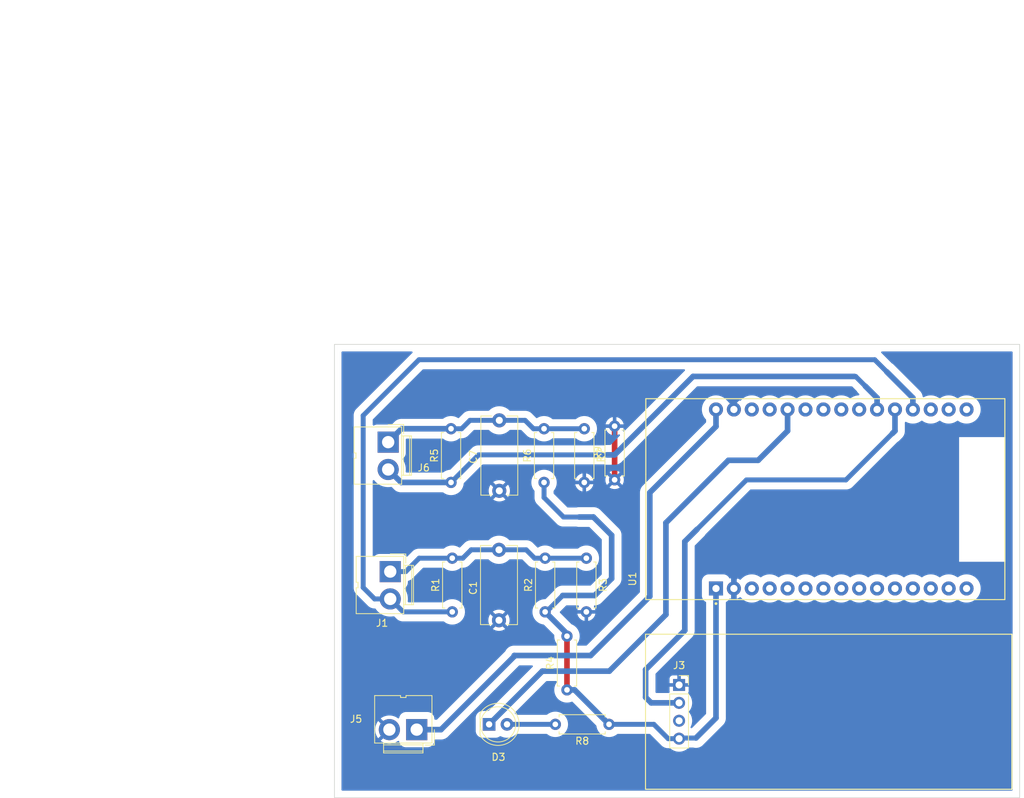
<source format=kicad_pcb>
(kicad_pcb (version 20211014) (generator pcbnew)
  (layers (0 "F.Cu" signal) (31 "B.Cu" signal) (34 "B.Paste" user) (35 "F.Paste" user) (36 "B.SilkS" user "B.Silkscreen") (37 "F.SilkS" user "F.Silkscreen") (38 "B.Mask" user) (39 "F.Mask" user) (44 "Edge.Cuts" user))
  (net 0 "")
  (net 1 "Net-(C1-Pad1)")
  (net 2 "GND")
  (net 3 "3.3V")
  (net 4 "5V")
  (net 5 "ADC1")
  (net 6 "Net-(C7-Pad1)")
  (net 7 "ADC0")
  (net 8 "LED")
  (net 9 "Net-(D3-Pad2)")
  (net 22 "ADC2")
  (footprint "esp32v1:MODULE_ESP32_DEVKIT_V1" (layer "F.Cu") (at 157.31 78.6075 90)
    (fp_text reference "U1" (at -11.355 -27.36 90) (layer "F.SilkS"))
    (fp_text value "ESP32-DEVKIT-V1")
    (fp_line (start 14.23 25.475) (end -14.28 25.475) (layer "F.SilkS") (width 0.127))
    (fp_line (start -14.28 25.475) (end -14.28 -25.475) (layer "F.SilkS") (width 0.127))
    (fp_line (start 14.23 -25.475) (end 14.23 25.475) (layer "F.SilkS") (width 0.127))
    (fp_line (start -8.91 25.475) (end 8.78 25.475) (layer "F.SilkS") (width 0.127))
    (fp_line (start 14.23 -25.475) (end 14.23 25.475) (layer "F.SilkS") (width 0.127))
    (fp_line (start -14.28 -25.475) (end 14.23 -25.475) (layer "F.SilkS") (width 0.127))
    (fp_line (start -3.211 -25.475) (end 3.5 -25.475) (layer "F.SilkS") (width 0.127))
    (fp_line (start 8.78 25.475) (end 14.23 25.475) (layer "F.SilkS") (width 0.127))
    (fp_line (start -14.28 25.475) (end -8.91 25.475) (layer "F.SilkS") (width 0.127))
    (fp_line (start -14.28 -25.475) (end -3.211 -25.475) (layer "F.SilkS") (width 0.127))
    (fp_line (start -14.28 25.475) (end -14.28 -25.475) (layer "F.SilkS") (width 0.127))
    (fp_line (start 3.5 -25.475) (end 14.23 -25.475) (layer "F.SilkS") (width 0.127))
    (fp_circle (center -14.85 -15.515) (end -14.75 -15.515) (layer "F.SilkS") (width 0.2) (fill none))
    (pad "1" thru_hole rect (at -12.7 -15.515 90) (size 2 2) (drill 1.02) (layers *.Cu *.Mask) (net 3 "3.3V"))
    (pad "2" thru_hole circle (at -12.7 -12.975 90) (size 2 2) (drill 1.02) (layers *.Cu *.Mask) (net 2 "GND"))
    (pad "3" thru_hole circle (at -12.7 -10.435 90) (size 2 2) (drill 1.02) (layers *.Cu *.Mask))
    (pad "4" thru_hole circle (at -12.7 -7.895 90) (size 2 2) (drill 1.02) (layers *.Cu *.Mask))
    (pad "5" thru_hole circle (at -12.7 -5.355 90) (size 2 2) (drill 1.02) (layers *.Cu *.Mask))
    (pad "6" thru_hole circle (at -12.7 -2.815 90) (size 2 2) (drill 1.02) (layers *.Cu *.Mask))
    (pad "7" thru_hole circle (at -12.7 -0.275 90) (size 2 2) (drill 1.02) (layers *.Cu *.Mask))
    (pad "8" thru_hole circle (at -12.7 2.265 90) (size 2 2) (drill 1.02) (layers *.Cu *.Mask))
    (pad "9" thru_hole circle (at -12.7 4.805 90) (size 2 2) (drill 1.02) (layers *.Cu *.Mask))
    (pad "10" thru_hole circle (at -12.7 7.345 90) (size 2 2) (drill 1.02) (layers *.Cu *.Mask))
    (pad "11" thru_hole circle (at -12.7 9.885 90) (size 2 2) (drill 1.02) (layers *.Cu *.Mask))
    (pad "12" thru_hole circle (at -12.7 12.425 90) (size 2 2) (drill 1.02) (layers *.Cu *.Mask))
    (pad "13" thru_hole circle (at -12.7 14.965 90) (size 2 2) (drill 1.02) (layers *.Cu *.Mask))
    (pad "14" thru_hole circle (at -12.7 17.505 90) (size 2 2) (drill 1.02) (layers *.Cu *.Mask))
    (pad "15" thru_hole circle (at -12.7 20.045 90) (size 2 2) (drill 1.02) (layers *.Cu *.Mask))
    (pad "16" thru_hole circle (at 12.7 20.045 90) (size 2 2) (drill 1.02) (layers *.Cu *.Mask))
    (pad "17" thru_hole circle (at 12.7 17.505 90) (size 2 2) (drill 1.02) (layers *.Cu *.Mask))
    (pad "18" thru_hole circle (at 12.7 14.965 90) (size 2 2) (drill 1.02) (layers *.Cu *.Mask))
    (pad "19" thru_hole circle (at 12.7 12.425 90) (size 2 2) (drill 1.02) (layers *.Cu *.Mask) (net 7 "ADC0"))
    (pad "20" thru_hole circle (at 12.7 9.885 90) (size 2 2) (drill 1.02) (layers *.Cu *.Mask) (net 5 "ADC1"))
    (pad "21" thru_hole circle (at 12.7 7.345 90) (size 2 2) (drill 1.02) (layers *.Cu *.Mask) (net 22 "ADC2"))
    (pad "22" thru_hole circle (at 12.7 4.805 90) (size 2 2) (drill 1.02) (layers *.Cu *.Mask))
    (pad "23" thru_hole circle (at 12.7 2.265 90) (size 2 2) (drill 1.02) (layers *.Cu *.Mask))
    (pad "24" thru_hole circle (at 12.7 -0.275 90) (size 2 2) (drill 1.02) (layers *.Cu *.Mask))
    (pad "25" thru_hole circle (at 12.7 -2.815 90) (size 2 2) (drill 1.02) (layers *.Cu *.Mask))
    (pad "26" thru_hole circle (at 12.7 -5.355 90) (size 2 2) (drill 1.02) (layers *.Cu *.Mask) (net 8 "LED"))
    (pad "27" thru_hole circle (at 12.7 -7.895 90) (size 2 2) (drill 1.02) (layers *.Cu *.Mask))
    (pad "28" thru_hole circle (at 12.7 -10.435 90) (size 2 2) (drill 1.02) (layers *.Cu *.Mask))
    (pad "29" thru_hole circle (at 12.7 -12.975 90) (size 2 2) (drill 1.02) (layers *.Cu *.Mask) (net 2 "GND"))
    (pad "30" thru_hole circle (at 12.7 -15.515 90) (size 2 2) (drill 1.02) (layers *.Cu *.Mask) (net 4 "5V"))
    (zone (net 0) (net_name "") (layer "B.Cu") (connect_pads (clearance 0)) (min_thickness 0.01)
      (keepout (tracks not_allowed) (vias not_allowed) (pads not_allowed) (copperpour not_allowed) (footprints allowed))
      (fill (thermal_gap 0.508) (thermal_bridge_width 0.508))
      (polygon (pts (xy 176.295 87.5175) (xy 176.295 69.8275) (xy 182.785 69.8275) (xy 182.785 87.5175)))
    )
  )
  (footprint "Resistor_THT:R_Axial_DIN0207_L6.3mm_D2.5mm_P7.62mm_Horizontal" (layer "F.Cu") (at 123.1063 68.64 -90)
    (fp_text reference "R7" (at 3.81 -2.37 90) (layer "F.SilkS"))
    (fp_text value "475k")
    (fp_line (start 0.54 -1.04) (end 0.54 -1.37) (layer "F.SilkS") (width 0.12))
    (fp_line (start 0.54 1.04) (end 0.54 1.37) (layer "F.SilkS") (width 0.12))
    (fp_line (start 7.08 -1.37) (end 7.08 -1.04) (layer "F.SilkS") (width 0.12))
    (fp_line (start 7.08 1.37) (end 7.08 1.04) (layer "F.SilkS") (width 0.12))
    (fp_line (start 0.54 -1.37) (end 7.08 -1.37) (layer "F.SilkS") (width 0.12))
    (fp_line (start 0.54 1.37) (end 7.08 1.37) (layer "F.SilkS") (width 0.12))
    (pad "1" thru_hole circle (at 0 0 270) (size 1.6 1.6) (drill 0.8) (layers *.Cu *.Mask) (net 6 "Net-(C7-Pad1)"))
    (pad "2" thru_hole oval (at 7.62 0 270) (size 1.6 1.6) (drill 0.8) (layers *.Cu *.Mask) (net 2 "GND"))
  )
  (footprint "Connector_PinSocket_2.54mm:PinSocket_1x04_P2.54mm_Vertical" (layer "F.Cu") (at 136.56 105)
    (fp_text reference "J3" (at 0 -2.77) (layer "F.SilkS"))
    (fp_text value "Conn_01x04_Female")
    (fp_line (start -1.33 8.95) (end 1.33 8.95) (layer "F.SilkS") (width 0.12))
    (fp_line (start 0 -1.33) (end 1.33 -1.33) (layer "F.SilkS") (width 0.12))
    (fp_line (start -1.33 1.27) (end -1.33 8.95) (layer "F.SilkS") (width 0.12))
    (fp_line (start 1.33 1.27) (end 1.33 8.95) (layer "F.SilkS") (width 0.12))
    (fp_line (start 1.33 -1.33) (end 1.33 0) (layer "F.SilkS") (width 0.12))
    (fp_line (start -1.33 1.27) (end 1.33 1.27) (layer "F.SilkS") (width 0.12))
    (pad "1" thru_hole rect (at 0 0) (size 1.7 1.7) (drill 1) (layers *.Cu *.Mask) (net 2 "GND"))
    (pad "2" thru_hole oval (at 0 2.54) (size 1.7 1.7) (drill 1) (layers *.Cu *.Mask) (net 5 "ADC1"))
    (pad "3" thru_hole oval (at 0 5.08) (size 1.7 1.7) (drill 1) (layers *.Cu *.Mask))
    (pad "4" thru_hole oval (at 0 7.62) (size 1.7 1.7) (drill 1) (layers *.Cu *.Mask) (net 3 "3.3V"))
  )
  (footprint "Connector:JWT_A3963_1x02_P3.96mm_Vertical" (layer "F.Cu") (at 95.2763 70.5425 -90)
    (fp_text reference "J6" (at 3.6325 -5.04) (layer "F.SilkS"))
    (fp_text value "Screw_Terminal_01x02")
    (fp_line (start -2.16 -1.91) (end 5.97 -1.91) (layer "F.SilkS") (width 0.12))
    (fp_line (start -0.89 -3.3) (end 4.7 -3.3) (layer "F.SilkS") (width 0.12))
    (fp_line (start -2.5 -2.2) (end -2.5 0) (layer "F.SilkS") (width 0.12))
    (fp_line (start 5.97 -1.91) (end 5.97 0) (layer "F.SilkS") (width 0.12))
    (fp_line (start -0.89 -3.05) (end 4.7 -3.05) (layer "F.SilkS") (width 0.12))
    (fp_line (start 4.7 -1.91) (end 4.7 -3.3) (layer "F.SilkS") (width 0.12))
    (fp_line (start -0.89 -2.16) (end 4.7 -2.16) (layer "F.SilkS") (width 0.12))
    (fp_line (start -2.16 0) (end -2.16 4.83) (layer "F.SilkS") (width 0.12))
    (fp_line (start 2.29 4.83) (end 5.97 4.83) (layer "F.SilkS") (width 0.12))
    (fp_line (start 1.52 4.83) (end -2.16 4.83) (layer "F.SilkS") (width 0.12))
    (fp_line (start -2.16 -1.91) (end -2.16 0) (layer "F.SilkS") (width 0.12))
    (fp_line (start 2.29 4.57) (end 2.29 4.83) (layer "F.SilkS") (width 0.12))
    (fp_line (start -0.89 -1.91) (end -0.89 -3.3) (layer "F.SilkS") (width 0.12))
    (fp_line (start 1.52 4.83) (end 1.52 4.57) (layer "F.SilkS") (width 0.12))
    (fp_line (start 5.97 4.83) (end 5.97 0) (layer "F.SilkS") (width 0.12))
    (fp_line (start -1.2 -2.2) (end -2.5 -2.2) (layer "F.SilkS") (width 0.12))
    (fp_line (start 1.52 4.57) (end 2.29 4.57) (layer "F.SilkS") (width 0.12))
    (pad "1" thru_hole rect (at 0 0 270) (size 3 3) (drill 1.75) (layers *.Cu *.Mask) (net 6 "Net-(C7-Pad1)"))
    (pad "2" thru_hole circle (at 3.88 0 270) (size 3 3) (drill 1.75) (layers *.Cu *.Mask) (net 22 "ADC2"))
  )
  (footprint "Connector:JWT_A3963_1x02_P3.96mm_Vertical" (layer "F.Cu") (at 95.57 88.9125 -90)
    (fp_text reference "J1" (at 7.3075 1.16) (layer "F.SilkS"))
    (fp_text value "Screw_Terminal_01x02")
    (fp_line (start 2.29 4.57) (end 2.29 4.83) (layer "F.SilkS") (width 0.12))
    (fp_line (start -0.89 -1.91) (end -0.89 -3.3) (layer "F.SilkS") (width 0.12))
    (fp_line (start 4.7 -1.91) (end 4.7 -3.3) (layer "F.SilkS") (width 0.12))
    (fp_line (start -0.89 -3.3) (end 4.7 -3.3) (layer "F.SilkS") (width 0.12))
    (fp_line (start 5.97 -1.91) (end 5.97 0) (layer "F.SilkS") (width 0.12))
    (fp_line (start -0.89 -3.05) (end 4.7 -3.05) (layer "F.SilkS") (width 0.12))
    (fp_line (start 2.29 4.83) (end 5.97 4.83) (layer "F.SilkS") (width 0.12))
    (fp_line (start 5.97 4.83) (end 5.97 0) (layer "F.SilkS") (width 0.12))
    (fp_line (start 1.52 4.83) (end 1.52 4.57) (layer "F.SilkS") (width 0.12))
    (fp_line (start 1.52 4.83) (end -2.16 4.83) (layer "F.SilkS") (width 0.12))
    (fp_line (start -1.2 -2.2) (end -2.5 -2.2) (layer "F.SilkS") (width 0.12))
    (fp_line (start 1.52 4.57) (end 2.29 4.57) (layer "F.SilkS") (width 0.12))
    (fp_line (start -2.16 -1.91) (end 5.97 -1.91) (layer "F.SilkS") (width 0.12))
    (fp_line (start -2.16 0) (end -2.16 4.83) (layer "F.SilkS") (width 0.12))
    (fp_line (start -2.16 -1.91) (end -2.16 0) (layer "F.SilkS") (width 0.12))
    (fp_line (start -2.5 -2.2) (end -2.5 0) (layer "F.SilkS") (width 0.12))
    (fp_line (start -0.89 -2.16) (end 4.7 -2.16) (layer "F.SilkS") (width 0.12))
    (pad "1" thru_hole rect (at 0 0 270) (size 3 3) (drill 1.75) (layers *.Cu *.Mask) (net 1 "Net-(C1-Pad1)"))
    (pad "2" thru_hole circle (at 3.88 0 270) (size 3 3) (drill 1.75) (layers *.Cu *.Mask) (net 7 "ADC0"))
  )
  (footprint "Resistor_THT:R_Axial_DIN0207_L6.3mm_D2.5mm_P7.62mm_Horizontal" (layer "F.Cu") (at 117.55 94.63 90)
    (fp_text reference "R2" (at 3.81 -2.37 90) (layer "F.SilkS"))
    (fp_text value "475k")
    (fp_line (start 0.54 -1.37) (end 7.08 -1.37) (layer "F.SilkS") (width 0.12))
    (fp_line (start 0.54 -1.04) (end 0.54 -1.37) (layer "F.SilkS") (width 0.12))
    (fp_line (start 0.54 1.37) (end 7.08 1.37) (layer "F.SilkS") (width 0.12))
    (fp_line (start 7.08 -1.37) (end 7.08 -1.04) (layer "F.SilkS") (width 0.12))
    (fp_line (start 7.08 1.37) (end 7.08 1.04) (layer "F.SilkS") (width 0.12))
    (fp_line (start 0.54 1.04) (end 0.54 1.37) (layer "F.SilkS") (width 0.12))
    (pad "1" thru_hole circle (at 0 0 90) (size 1.6 1.6) (drill 0.8) (layers *.Cu *.Mask) (net 3 "3.3V"))
    (pad "2" thru_hole oval (at 7.62 0 90) (size 1.6 1.6) (drill 0.8) (layers *.Cu *.Mask) (net 1 "Net-(C1-Pad1)"))
  )
  (footprint "Resistor_THT:R_Axial_DIN0207_L6.3mm_D2.5mm_P7.62mm_Horizontal" (layer "F.Cu") (at 127.41 75.89 90)
    (fp_text reference "R9" (at 3.81 -2.37 90) (layer "F.SilkS"))
    (fp_text value "0")
    (fp_line (start 0.54 -1.37) (end 7.08 -1.37) (layer "F.SilkS") (width 0.12))
    (fp_line (start 0.54 -1.04) (end 0.54 -1.37) (layer "F.SilkS") (width 0.12))
    (fp_line (start 7.08 -1.37) (end 7.08 -1.04) (layer "F.SilkS") (width 0.12))
    (fp_line (start 0.54 1.04) (end 0.54 1.37) (layer "F.SilkS") (width 0.12))
    (fp_line (start 0.54 1.37) (end 7.08 1.37) (layer "F.SilkS") (width 0.12))
    (fp_line (start 7.08 1.37) (end 7.08 1.04) (layer "F.SilkS") (width 0.12))
    (pad "1" thru_hole circle (at 0 0 90) (size 1.6 1.6) (drill 0.8) (layers *.Cu *.Mask) (net 2 "GND"))
    (pad "2" thru_hole oval (at 7.62 0 90) (size 1.6 1.6) (drill 0.8) (layers *.Cu *.Mask) (net 2 "GND"))
  )
  (footprint "Resistor_THT:R_Axial_DIN0207_L6.3mm_D2.5mm_P7.62mm_Horizontal" (layer "F.Cu") (at 104.1963 76.26 90)
    (fp_text reference "R5" (at 3.81 -2.37 90) (layer "F.SilkS"))
    (fp_text value "22")
    (fp_line (start 0.54 1.37) (end 7.08 1.37) (layer "F.SilkS") (width 0.12))
    (fp_line (start 7.08 -1.37) (end 7.08 -1.04) (layer "F.SilkS") (width 0.12))
    (fp_line (start 7.08 1.37) (end 7.08 1.04) (layer "F.SilkS") (width 0.12))
    (fp_line (start 0.54 -1.37) (end 7.08 -1.37) (layer "F.SilkS") (width 0.12))
    (fp_line (start 0.54 -1.04) (end 0.54 -1.37) (layer "F.SilkS") (width 0.12))
    (fp_line (start 0.54 1.04) (end 0.54 1.37) (layer "F.SilkS") (width 0.12))
    (pad "1" thru_hole circle (at 0 0 90) (size 1.6 1.6) (drill 0.8) (layers *.Cu *.Mask) (net 22 "ADC2"))
    (pad "2" thru_hole oval (at 7.62 0 90) (size 1.6 1.6) (drill 0.8) (layers *.Cu *.Mask) (net 6 "Net-(C7-Pad1)"))
  )
  (footprint "Resistor_THT:R_Axial_DIN0207_L6.3mm_D2.5mm_P7.62mm_Horizontal" (layer "F.Cu") (at 126.6175 110.59 180)
    (fp_text reference "R8" (at 3.81 -2.37) (layer "F.SilkS"))
    (fp_text value "470")
    (fp_line (start 0.54 -1.04) (end 0.54 -1.37) (layer "F.SilkS") (width 0.12))
    (fp_line (start 0.54 1.37) (end 7.08 1.37) (layer "F.SilkS") (width 0.12))
    (fp_line (start 0.54 -1.37) (end 7.08 -1.37) (layer "F.SilkS") (width 0.12))
    (fp_line (start 7.08 1.37) (end 7.08 1.04) (layer "F.SilkS") (width 0.12))
    (fp_line (start 0.54 1.04) (end 0.54 1.37) (layer "F.SilkS") (width 0.12))
    (fp_line (start 7.08 -1.37) (end 7.08 -1.04) (layer "F.SilkS") (width 0.12))
    (pad "1" thru_hole circle (at 0 0 180) (size 1.6 1.6) (drill 0.8) (layers *.Cu *.Mask) (net 3 "3.3V"))
    (pad "2" thru_hole oval (at 7.62 0 180) (size 1.6 1.6) (drill 0.8) (layers *.Cu *.Mask) (net 9 "Net-(D3-Pad2)"))
  )
  (footprint "Resistor_THT:R_Axial_DIN0207_L6.3mm_D2.5mm_P7.62mm_Horizontal" (layer "F.Cu") (at 104.37 94.63 90)
    (fp_text reference "R1" (at 3.81 -2.37 90) (layer "F.SilkS"))
    (fp_text value "22")
    (fp_line (start 0.54 1.04) (end 0.54 1.37) (layer "F.SilkS") (width 0.12))
    (fp_line (start 0.54 -1.04) (end 0.54 -1.37) (layer "F.SilkS") (width 0.12))
    (fp_line (start 0.54 -1.37) (end 7.08 -1.37) (layer "F.SilkS") (width 0.12))
    (fp_line (start 0.54 1.37) (end 7.08 1.37) (layer "F.SilkS") (width 0.12))
    (fp_line (start 7.08 1.37) (end 7.08 1.04) (layer "F.SilkS") (width 0.12))
    (fp_line (start 7.08 -1.37) (end 7.08 -1.04) (layer "F.SilkS") (width 0.12))
    (pad "1" thru_hole circle (at 0 0 90) (size 1.6 1.6) (drill 0.8) (layers *.Cu *.Mask) (net 7 "ADC0"))
    (pad "2" thru_hole oval (at 7.62 0 90) (size 1.6 1.6) (drill 0.8) (layers *.Cu *.Mask) (net 1 "Net-(C1-Pad1)"))
  )
  (footprint "Resistor_THT:R_Axial_DIN0207_L6.3mm_D2.5mm_P7.62mm_Horizontal" (layer "F.Cu") (at 120.65 105.7 90)
    (fp_text reference "R4" (at 3.81 -2.37 90) (layer "F.SilkS"))
    (fp_text value "0")
    (fp_line (start 0.54 -1.04) (end 0.54 -1.37) (layer "F.SilkS") (width 0.12))
    (fp_line (start 7.08 -1.37) (end 7.08 -1.04) (layer "F.SilkS") (width 0.12))
    (fp_line (start 0.54 1.04) (end 0.54 1.37) (layer "F.SilkS") (width 0.12))
    (fp_line (start 7.08 1.37) (end 7.08 1.04) (layer "F.SilkS") (width 0.12))
    (fp_line (start 0.54 -1.37) (end 7.08 -1.37) (layer "F.SilkS") (width 0.12))
    (fp_line (start 0.54 1.37) (end 7.08 1.37) (layer "F.SilkS") (width 0.12))
    (pad "1" thru_hole circle (at 0 0 90) (size 1.6 1.6) (drill 0.8) (layers *.Cu *.Mask) (net 3 "3.3V"))
    (pad "2" thru_hole oval (at 7.62 0 90) (size 1.6 1.6) (drill 0.8) (layers *.Cu *.Mask) (net 3 "3.3V"))
  )
  (footprint "Connector:JWT_A3963_1x02_P3.96mm_Vertical" (layer "F.Cu") (at 99.3275 111.34 180)
    (fp_text reference "J5" (at 8.61 1.5) (layer "F.SilkS"))
    (fp_text value "Screw_Terminal_01x02")
    (fp_line (start 1.52 4.83) (end 1.52 4.57) (layer "F.SilkS") (width 0.12))
    (fp_line (start -2.5 -2.2) (end -2.5 0) (layer "F.SilkS") (width 0.12))
    (fp_line (start -1.2 -2.2) (end -2.5 -2.2) (layer "F.SilkS") (width 0.12))
    (fp_line (start -0.89 -3.05) (end 4.7 -3.05) (layer "F.SilkS") (width 0.12))
    (fp_line (start 1.52 4.83) (end -2.16 4.83) (layer "F.SilkS") (width 0.12))
    (fp_line (start -2.16 -1.91) (end -2.16 0) (layer "F.SilkS") (width 0.12))
    (fp_line (start 2.29 4.83) (end 5.97 4.83) (layer "F.SilkS") (width 0.12))
    (fp_line (start -0.89 -1.91) (end -0.89 -3.3) (layer "F.SilkS") (width 0.12))
    (fp_line (start -0.89 -3.3) (end 4.7 -3.3) (layer "F.SilkS") (width 0.12))
    (fp_line (start 2.29 4.57) (end 2.29 4.83) (layer "F.SilkS") (width 0.12))
    (fp_line (start 4.7 -1.91) (end 4.7 -3.3) (layer "F.SilkS") (width 0.12))
    (fp_line (start 5.97 -1.91) (end 5.97 0) (layer "F.SilkS") (width 0.12))
    (fp_line (start 5.97 4.83) (end 5.97 0) (layer "F.SilkS") (width 0.12))
    (fp_line (start -2.16 0) (end -2.16 4.83) (layer "F.SilkS") (width 0.12))
    (fp_line (start -2.16 -1.91) (end 5.97 -1.91) (layer "F.SilkS") (width 0.12))
    (fp_line (start 1.52 4.57) (end 2.29 4.57) (layer "F.SilkS") (width 0.12))
    (fp_line (start -0.89 -2.16) (end 4.7 -2.16) (layer "F.SilkS") (width 0.12))
    (pad "1" thru_hole rect (at 0 0 180) (size 3 3) (drill 1.75) (layers *.Cu *.Mask) (net 4 "5V"))
    (pad "2" thru_hole circle (at 3.88 0 180) (size 3 3) (drill 1.75) (layers *.Cu *.Mask) (net 2 "GND"))
  )
  (footprint "LED_THT:LED_D5.0mm_IRBlack" (layer "F.Cu") (at 109.6 110.59)
    (fp_text reference "D3" (at 1.33 4.65) (layer "F.SilkS"))
    (fp_text value "LED")
    (fp_line (start -1.29 -1.545) (end -1.29 1.545) (layer "F.SilkS") (width 0.12))
    (fp_arc (start -1.29 -1.54483) (mid 2.072002 -2.880433) (end 4.26 0.000462) (layer "F.SilkS") (width 0.12))
    (fp_arc (start 4.26 -0.000462) (mid 2.072002 2.880433) (end -1.29 1.54483) (layer "F.SilkS") (width 0.12))
    (fp_circle (center 1.27 0) (end 3.77 0) (layer "F.SilkS") (width 0.12) (fill none))
    (pad "1" thru_hole rect (at 0 0) (size 1.8 1.8) (drill 0.9) (layers *.Cu *.Mask) (net 8 "LED"))
    (pad "2" thru_hole circle (at 2.54 0) (size 1.8 1.8) (drill 0.9) (layers *.Cu *.Mask) (net 9 "Net-(D3-Pad2)"))
  )
  (footprint "Resistor_THT:R_Axial_DIN0207_L6.3mm_D2.5mm_P7.62mm_Horizontal" (layer "F.Cu") (at 117.3963 76.26 90)
    (fp_text reference "R6" (at 3.81 -2.37 90) (layer "F.SilkS"))
    (fp_text value "475k")
    (fp_line (start 0.54 1.37) (end 7.08 1.37) (layer "F.SilkS") (width 0.12))
    (fp_line (start 7.08 -1.37) (end 7.08 -1.04) (layer "F.SilkS") (width 0.12))
    (fp_line (start 7.08 1.37) (end 7.08 1.04) (layer "F.SilkS") (width 0.12))
    (fp_line (start 0.54 -1.37) (end 7.08 -1.37) (layer "F.SilkS") (width 0.12))
    (fp_line (start 0.54 1.04) (end 0.54 1.37) (layer "F.SilkS") (width 0.12))
    (fp_line (start 0.54 -1.04) (end 0.54 -1.37) (layer "F.SilkS") (width 0.12))
    (pad "1" thru_hole circle (at 0 0 90) (size 1.6 1.6) (drill 0.8) (layers *.Cu *.Mask) (net 3 "3.3V"))
    (pad "2" thru_hole oval (at 7.62 0 90) (size 1.6 1.6) (drill 0.8) (layers *.Cu *.Mask) (net 6 "Net-(C7-Pad1)"))
  )
  (footprint "Resistor_THT:R_Axial_DIN0207_L6.3mm_D2.5mm_P7.62mm_Horizontal" (layer "F.Cu") (at 123.4 87.01 -90)
    (fp_text reference "R3" (at 3.81 -2.37 90) (layer "F.SilkS"))
    (fp_text value "475k")
    (fp_line (start 0.54 -1.04) (end 0.54 -1.37) (layer "F.SilkS") (width 0.12))
    (fp_line (start 7.08 -1.37) (end 7.08 -1.04) (layer "F.SilkS") (width 0.12))
    (fp_line (start 0.54 1.04) (end 0.54 1.37) (layer "F.SilkS") (width 0.12))
    (fp_line (start 7.08 1.37) (end 7.08 1.04) (layer "F.SilkS") (width 0.12))
    (fp_line (start 0.54 1.37) (end 7.08 1.37) (layer "F.SilkS") (width 0.12))
    (fp_line (start 0.54 -1.37) (end 7.08 -1.37) (layer "F.SilkS") (width 0.12))
    (pad "1" thru_hole circle (at 0 0 270) (size 1.6 1.6) (drill 0.8) (layers *.Cu *.Mask) (net 1 "Net-(C1-Pad1)"))
    (pad "2" thru_hole oval (at 7.62 0 270) (size 1.6 1.6) (drill 0.8) (layers *.Cu *.Mask) (net 2 "GND"))
  )
  (footprint "Capacitor_THT:C_Disc_D11.0mm_W5.0mm_P10.00mm" (layer "F.Cu") (at 111.0463 67.45 -90)
    (fp_text reference "C7" (at 5.18 3.69 90) (layer "F.SilkS"))
    (fp_text value "10u")
    (fp_line (start 10.62 1.101) (end 10.62 2.62) (layer "F.SilkS") (width 0.12))
    (fp_line (start -0.62 -2.62) (end 10.62 -2.62) (layer "F.SilkS") (width 0.12))
    (fp_line (start -0.62 -2.62) (end -0.62 -1.101) (layer "F.SilkS") (width 0.12))
    (fp_line (start -0.62 2.62) (end 10.62 2.62) (layer "F.SilkS") (width 0.12))
    (fp_line (start 10.62 -2.62) (end 10.62 -1.101) (layer "F.SilkS") (width 0.12))
    (fp_line (start -0.62 1.101) (end -0.62 2.62) (layer "F.SilkS") (width 0.12))
    (pad "1" thru_hole circle (at 0 0 270) (size 2 2) (drill 1) (layers *.Cu *.Mask) (net 6 "Net-(C7-Pad1)"))
    (pad "2" thru_hole circle (at 10 0 270) (size 2 2) (drill 1) (layers *.Cu *.Mask) (net 2 "GND"))
  )
  (footprint "Capacitor_THT:C_Disc_D11.0mm_W5.0mm_P10.00mm" (layer "F.Cu") (at 111 85.82 -90)
    (fp_text reference "C1" (at 5.42 3.66 90) (layer "F.SilkS"))
    (fp_text value "10u")
    (fp_line (start -0.62 -2.62) (end -0.62 -1.101) (layer "F.SilkS") (width 0.12))
    (fp_line (start 10.62 1.101) (end 10.62 2.62) (layer "F.SilkS") (width 0.12))
    (fp_line (start 10.62 -2.62) (end 10.62 -1.101) (layer "F.SilkS") (width 0.12))
    (fp_line (start -0.62 1.101) (end -0.62 2.62) (layer "F.SilkS") (width 0.12))
    (fp_line (start -0.62 2.62) (end 10.62 2.62) (layer "F.SilkS") (width 0.12))
    (fp_line (start -0.62 -2.62) (end 10.62 -2.62) (layer "F.SilkS") (width 0.12))
    (pad "1" thru_hole circle (at 0 0 270) (size 2 2) (drill 1) (layers *.Cu *.Mask) (net 1 "Net-(C1-Pad1)"))
    (pad "2" thru_hole circle (at 10 0 270) (size 2 2) (drill 1) (layers *.Cu *.Mask) (net 2 "GND"))
  )
  (gr_rect (start 131.795 119.8) (end 183.795 97.8) (layer "F.SilkS") (width 0.15) (fill none))
  (gr_rect (start 87.65 56.67) (end 184.89 121) (layer "Edge.Cuts") (width 0.1) (fill none))
  (segment (start 95.57 88.9125) (end 97.77 88.9125) (width 0.7) (layer "B.Cu") (net 1))
  (segment (start 111 85.82) (end 114.86 85.82) (width 0.7) (layer "B.Cu") (net 1))
  (segment (start 105.87 87.01) (end 107.06 85.82) (width 0.7) (layer "B.Cu") (net 1))
  (segment (start 104.37 87.01) (end 99.6725 87.01) (width 0.7) (layer "B.Cu") (net 1))
  (segment (start 107.06 85.82) (end 111 85.82) (width 0.7) (layer "B.Cu") (net 1))
  (segment (start 99.6725 87.01) (end 97.77 88.9125) (width 0.7) (layer "B.Cu") (net 1))
  (segment (start 123.4 87.01) (end 117.55 87.01) (width 0.7) (layer "B.Cu") (net 1))
  (segment (start 104.37 87.01) (end 105.87 87.01) (width 0.7) (layer "B.Cu") (net 1))
  (segment (start 117.55 87.01) (end 116.05 87.01) (width 0.7) (layer "B.Cu") (net 1))
  (segment (start 114.86 85.82) (end 116.05 87.01) (width 0.7) (layer "B.Cu") (net 1))
  (segment (start 127.41 68.27) (end 127.41 75.89) (width 0.8) (layer "F.Cu") (net 2))
  (segment (start 144.335 65.9075) (end 144.335 64.825) (width 0.8) (layer "B.Cu") (net 2))
  (segment (start 144.335 64.825) (end 145.16 64) (width 0.8) (layer "B.Cu") (net 2))
  (segment (start 144.335 91.3075) (end 144.335 89.845) (width 0.8) (layer "B.Cu") (net 2))
  (segment (start 144.335 65.065) (end 143.77 64.5) (width 0.8) (layer "B.Cu") (net 2))
  (segment (start 144.335 65.9075) (end 144.335 64.665) (width 0.8) (layer "B.Cu") (net 2))
  (segment (start 144.335 93.135) (end 144.69 93.49) (width 0.8) (layer "B.Cu") (net 2))
  (segment (start 144.335 89.845) (end 144.88 89.3) (width 0.8) (layer "B.Cu") (net 2))
  (segment (start 144.335 65.9075) (end 144.335 65.065) (width 0.8) (layer "B.Cu") (net 2))
  (segment (start 144.335 91.3075) (end 144.335 93.135) (width 0.8) (layer "B.Cu") (net 2))
  (segment (start 120.65 98.08) (end 120.65 105.7) (width 0.8) (layer "F.Cu") (net 3))
  (segment (start 117.3963 76.26) (end 117.3963 78.4063) (width 0.7) (layer "B.Cu") (net 3))
  (segment (start 126.99 89.9) (end 124.5885 92.3015) (width 0.8) (layer "B.Cu") (net 3))
  (segment (start 124.5885 92.3015) (end 120.0415 92.3015) (width 0.8) (layer "B.Cu") (net 3))
  (segment (start 126.99 83.76) (end 126.99 89.9) (width 0.8) (layer "B.Cu") (net 3))
  (segment (start 120.65 105.7) (end 121.7275 105.7) (width 0.8) (layer "B.Cu") (net 3))
  (segment (start 122.36 81.17) (end 124.4 81.17) (width 0.8) (layer "B.Cu") (net 3))
  (segment (start 132.98 110.59) (end 135.01 112.62) (width 0.7) (layer "B.Cu") (net 3))
  (segment (start 136.085 112.62) (end 135.01 112.62) (width 0.7) (layer "B.Cu") (net 3))
  (segment (start 138.95 112.53) (end 141.795 109.685) (width 0.8) (layer "B.Cu") (net 3))
  (segment (start 141.795 109.685) (end 141.795 91.3075) (width 0.8) (layer "B.Cu") (net 3))
  (segment (start 117.713 94.63) (end 117.55 94.63) (width 0.7) (layer "B.Cu") (net 3))
  (segment (start 124.4 81.17) (end 126.99 83.76) (width 0.8) (layer "B.Cu") (net 3))
  (segment (start 136.085 112.62) (end 136.175 112.53) (width 0.7) (layer "B.Cu") (net 3))
  (segment (start 117.3963 78.4063) (end 120.16 81.17) (width 0.7) (layer "B.Cu") (net 3))
  (segment (start 121.7275 105.7) (end 126.6175 110.59) (width 0.8) (layer "B.Cu") (net 3))
  (segment (start 136.56 112.62) (end 136.085 112.62) (width 0.7) (layer "B.Cu") (net 3))
  (segment (start 120.65 98.08) (end 120.65 97.73) (width 0.8) (layer "B.Cu") (net 3))
  (segment (start 120.65 97.73) (end 117.55 94.63) (width 0.8) (layer "B.Cu") (net 3))
  (segment (start 126.6175 110.59) (end 132.98 110.59) (width 0.7) (layer "B.Cu") (net 3))
  (segment (start 120.0415 92.3015) (end 117.713 94.63) (width 0.7) (layer "B.Cu") (net 3))
  (segment (start 120.16 81.17) (end 122.36 81.17) (width 0.7) (layer "B.Cu") (net 3))
  (segment (start 136.175 112.53) (end 138.95 112.53) (width 0.7) (layer "B.Cu") (net 3))
  (segment (start 124.01 100.82) (end 113.17 100.82) (width 0.8) (layer "B.Cu") (net 4))
  (segment (start 102.7655 111.34) (end 99.3275 111.34) (width 0.8) (layer "B.Cu") (net 4))
  (segment (start 141.795 65.9075) (end 141.795 68.315) (width 0.8) (layer "B.Cu") (net 4))
  (segment (start 102.7655 111.34) (end 113.17 100.9355) (width 0.8) (layer "B.Cu") (net 4))
  (segment (start 132.405 77.705) (end 132.405 92.425) (width 0.8) (layer "B.Cu") (net 4))
  (segment (start 113.17 100.82) (end 113.17 100.9355) (width 0.8) (layer "B.Cu") (net 4))
  (segment (start 141.795 68.315) (end 132.405 77.705) (width 0.8) (layer "B.Cu") (net 4))
  (segment (start 132.405 92.425) (end 124.01 100.82) (width 0.8) (layer "B.Cu") (net 4))
  (segment (start 167.195 68.945) (end 166.835 69.305) (width 0.8) (layer "B.Cu") (net 5))
  (segment (start 160.2371 75.9029) (end 166.835 69.305) (width 0.7) (layer "B.Cu") (net 5))
  (segment (start 146.1171 75.9029) (end 160.2371 75.9029) (width 0.7) (layer "B.Cu") (net 5))
  (segment (start 167.195 65.9075) (end 167.195 68.945) (width 0.8) (layer "B.Cu") (net 5))
  (segment (start 137.37 97.27) (end 131.81 102.83) (width 0.8) (layer "B.Cu") (net 5))
  (segment (start 131.81 106.75) (end 132.6 107.54) (width 0.8) (layer "B.Cu") (net 5))
  (segment (start 166.835 69.305) (end 167.125 69.015) (width 0.7) (layer "B.Cu") (net 5))
  (segment (start 139.1 82.92) (end 146.1171 75.9029) (width 0.7) (layer "B.Cu") (net 5))
  (segment (start 132.6 107.54) (end 136.56 107.54) (width 0.8) (layer "B.Cu") (net 5))
  (segment (start 131.81 102.83) (end 131.81 106.75) (width 0.8) (layer "B.Cu") (net 5))
  (segment (start 137.37 84.65) (end 137.37 97.27) (width 0.8) (layer "B.Cu") (net 5))
  (segment (start 139.1 82.92) (end 137.37 84.65) (width 0.8) (layer "B.Cu") (net 5))
  (segment (start 97.1788 68.64) (end 95.2763 70.5425) (width 0.8) (layer "B.Cu") (net 6))
  (segment (start 114.7063 67.45) (end 115.8963 68.64) (width 0.7) (layer "B.Cu") (net 6))
  (segment (start 105.6963 68.64) (end 106.8863 67.45) (width 0.7) (layer "B.Cu") (net 6))
  (segment (start 104.1963 68.64) (end 99.3788 68.64) (width 0.7) (layer "B.Cu") (net 6))
  (segment (start 117.3963 68.64) (end 115.8963 68.64) (width 0.7) (layer "B.Cu") (net 6))
  (segment (start 117.3963 68.64) (end 123.1063 68.64) (width 0.7) (layer "B.Cu") (net 6))
  (segment (start 104.1963 68.64) (end 97.1788 68.64) (width 0.8) (layer "B.Cu") (net 6))
  (segment (start 111.0463 67.45) (end 114.7063 67.45) (width 0.7) (layer "B.Cu") (net 6))
  (segment (start 104.1963 68.64) (end 105.6963 68.64) (width 0.7) (layer "B.Cu") (net 6))
  (segment (start 106.8863 67.45) (end 111.0463 67.45) (width 0.7) (layer "B.Cu") (net 6))
  (segment (start 99.65 58.85) (end 91.73 66.77) (width 0.7) (layer "B.Cu") (net 7))
  (segment (start 104.37 94.63) (end 97.4075 94.63) (width 0.7) (layer "B.Cu") (net 7))
  (segment (start 93.3525 92.7925) (end 95.57 92.7925) (width 0.7) (layer "B.Cu") (net 7))
  (segment (start 164.3225 58.85) (end 99.65 58.85) (width 0.7) (layer "B.Cu") (net 7))
  (segment (start 169.665 64.1925) (end 166.0425 60.57) (width 0.7) (layer "B.Cu") (net 7))
  (segment (start 91.73 66.77) (end 91.73 91.17) (width 0.7) (layer "B.Cu") (net 7))
  (segment (start 97.4075 94.63) (end 95.57 92.7925) (width 0.7) (layer "B.Cu") (net 7))
  (segment (start 169.735 65.9075) (end 169.735 64.2625) (width 0.8) (layer "B.Cu") (net 7))
  (segment (start 166.0425 60.57) (end 164.3225 58.85) (width 0.7) (layer "B.Cu") (net 7))
  (segment (start 91.73 91.17) (end 93.3525 92.7925) (width 0.7) (layer "B.Cu") (net 7))
  (segment (start 169.735 64.2625) (end 166.0425 60.57) (width 0.8) (layer "B.Cu") (net 7))
  (segment (start 126.66 103.04) (end 117.15 103.04) (width 0.8) (layer "B.Cu") (net 8))
  (segment (start 143.56 73.12) (end 134.69 81.99) (width 0.8) (layer "B.Cu") (net 8))
  (segment (start 151.955 65.9075) (end 151.955 68.945) (width 0.8) (layer "B.Cu") (net 8))
  (segment (start 117.15 103.04) (end 109.6 110.59) (width 0.8) (layer "B.Cu") (net 8))
  (segment (start 134.69 95.01) (end 126.66 103.04) (width 0.8) (layer "B.Cu") (net 8))
  (segment (start 134.69 81.99) (end 134.69 95.01) (width 0.8) (layer "B.Cu") (net 8))
  (segment (start 151.955 68.945) (end 147.78 73.12) (width 0.8) (layer "B.Cu") (net 8))
  (segment (start 147.78 73.12) (end 143.56 73.12) (width 0.8) (layer "B.Cu") (net 8))
  (segment (start 112.14 110.59) (end 118.9975 110.59) (width 0.7) (layer "B.Cu") (net 9))
  (segment (start 104.1963 76.26) (end 108.1063 72.35) (width 0.7) (layer "B.Cu") (net 22))
  (segment (start 161.45 61.22) (end 138.54 61.22) (width 0.8) (layer "B.Cu") (net 22))
  (segment (start 164.655 65.9075) (end 164.655 64.2625) (width 0.8) (layer "B.Cu") (net 22))
  (segment (start 138.54 61.22) (end 127.41 72.35) (width 0.8) (layer "B.Cu") (net 22))
  (segment (start 161.45 61.22) (end 161.6125 61.22) (width 0.7) (layer "B.Cu") (net 22))
  (segment (start 127.41 72.35) (end 126.35 72.35) (width 0.8) (layer "B.Cu") (net 22))
  (segment (start 162.9978 62.6053) (end 164.585 64.1925) (width 0.7) (layer "B.Cu") (net 22))
  (segment (start 97.1138 76.26) (end 95.2763 74.4225) (width 0.8) (layer "B.Cu") (net 22))
  (segment (start 108.1063 72.35) (end 126.35 72.35) (width 0.7) (layer "B.Cu") (net 22))
  (segment (start 164.655 64.2625) (end 162.9978 62.6053) (width 0.8) (layer "B.Cu") (net 22))
  (segment (start 161.6125 61.22) (end 162.9978 62.6053) (width 0.7) (layer "B.Cu") (net 22))
  (segment (start 104.1963 76.26) (end 97.1138 76.26) (width 0.8) (layer "B.Cu") (net 22))
  (zone (net 2) (net_name "GND") (layer "B.Cu") (connect_pads (clearance 1)) (min_thickness 0.254) (fill yes (thermal_gap 0.508) (thermal_bridge_width 0.508))
    (polygon (pts (xy 184.9 120.99) (xy 87.65 121.01) (xy 87.659704 56.680063) (xy 184.899704 56.660063)))
  )
)
</source>
